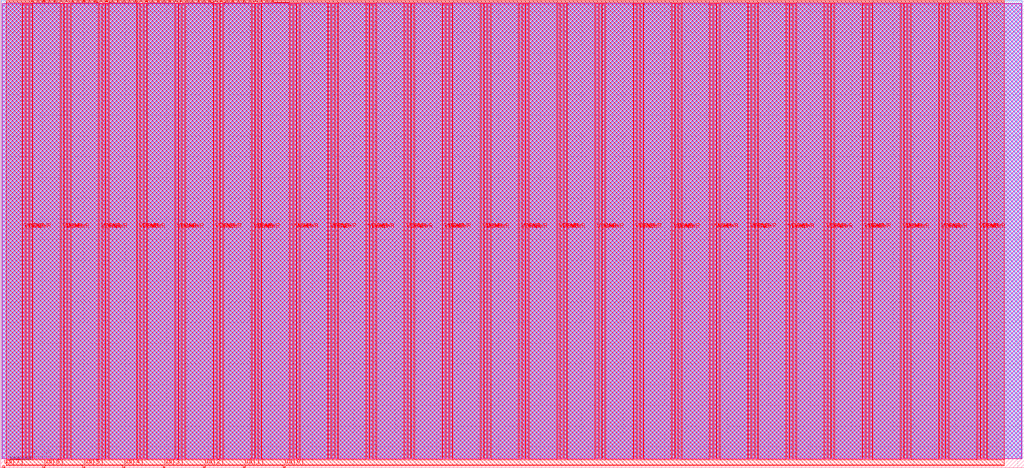
<source format=lef>
VERSION 5.7 ;
  NOWIREEXTENSIONATPIN ON ;
  DIVIDERCHAR "/" ;
  BUSBITCHARS "[]" ;
MACRO tt_um_tnt_mosbius
  CLASS BLOCK ;
  FOREIGN tt_um_tnt_mosbius ;
  ORIGIN 0.000 0.000 ;
  SIZE 493.120 BY 225.760 ;
  PIN clk
    DIRECTION INPUT ;
    USE SIGNAL ;
    ANTENNAGATEAREA 0.852000 ;
    PORT
      LAYER met4 ;
        RECT 128.190 224.760 128.490 225.760 ;
    END
  END clk
  PIN ena
    DIRECTION INPUT ;
    USE SIGNAL ;
    PORT
      LAYER met4 ;
        RECT 130.950 224.760 131.250 225.760 ;
    END
  END ena
  PIN rst_n
    DIRECTION INPUT ;
    USE SIGNAL ;
    ANTENNAGATEAREA 0.852000 ;
    PORT
      LAYER met4 ;
        RECT 125.430 224.760 125.730 225.760 ;
    END
  END rst_n
  PIN ua[0]
    DIRECTION INOUT ;
    USE SIGNAL ;
    ANTENNAGATEAREA 260.000000 ;
    ANTENNADIFFAREA 2.900000 ;
    PORT
      LAYER met4 ;
        RECT 136.170 0.000 137.070 1.000 ;
    END
  END ua[0]
  PIN ua[1]
    DIRECTION INOUT ;
    USE SIGNAL ;
    ANTENNADIFFAREA 522.000000 ;
    PORT
      LAYER met4 ;
        RECT 116.850 0.000 117.750 1.000 ;
    END
  END ua[1]
  PIN ua[2]
    DIRECTION INOUT ;
    USE SIGNAL ;
    ANTENNADIFFAREA 522.000000 ;
    PORT
      LAYER met4 ;
        RECT 97.530 0.000 98.430 1.000 ;
    END
  END ua[2]
  PIN ua[3]
    DIRECTION INOUT ;
    USE SIGNAL ;
    ANTENNADIFFAREA 417.599976 ;
    PORT
      LAYER met4 ;
        RECT 78.210 0.000 79.110 1.000 ;
    END
  END ua[3]
  PIN ua[4]
    DIRECTION INOUT ;
    USE SIGNAL ;
    ANTENNADIFFAREA 526.349976 ;
    PORT
      LAYER met4 ;
        RECT 58.890 0.000 59.790 1.000 ;
    END
  END ua[4]
  PIN ua[5]
    DIRECTION INOUT ;
    USE SIGNAL ;
    ANTENNADIFFAREA 421.949982 ;
    PORT
      LAYER met4 ;
        RECT 39.570 0.000 40.470 1.000 ;
    END
  END ua[5]
  PIN ua[6]
    DIRECTION INOUT ;
    USE SIGNAL ;
    PORT
      LAYER met4 ;
        RECT 20.250 0.000 21.150 1.000 ;
    END
  END ua[6]
  PIN ua[7]
    DIRECTION INOUT ;
    USE SIGNAL ;
    PORT
      LAYER met4 ;
        RECT 0.930 0.000 1.830 1.000 ;
    END
  END ua[7]
  PIN ui_in[0]
    DIRECTION INPUT ;
    USE SIGNAL ;
    ANTENNAGATEAREA 0.213000 ;
    PORT
      LAYER met4 ;
        RECT 122.670 224.760 122.970 225.760 ;
    END
  END ui_in[0]
  PIN ui_in[1]
    DIRECTION INPUT ;
    USE SIGNAL ;
    ANTENNAGATEAREA 0.852000 ;
    PORT
      LAYER met4 ;
        RECT 119.910 224.760 120.210 225.760 ;
    END
  END ui_in[1]
  PIN ui_in[2]
    DIRECTION INPUT ;
    USE SIGNAL ;
    PORT
      LAYER met4 ;
        RECT 117.150 224.760 117.450 225.760 ;
    END
  END ui_in[2]
  PIN ui_in[3]
    DIRECTION INPUT ;
    USE SIGNAL ;
    PORT
      LAYER met4 ;
        RECT 114.390 224.760 114.690 225.760 ;
    END
  END ui_in[3]
  PIN ui_in[4]
    DIRECTION INPUT ;
    USE SIGNAL ;
    PORT
      LAYER met4 ;
        RECT 111.630 224.760 111.930 225.760 ;
    END
  END ui_in[4]
  PIN ui_in[5]
    DIRECTION INPUT ;
    USE SIGNAL ;
    PORT
      LAYER met4 ;
        RECT 108.870 224.760 109.170 225.760 ;
    END
  END ui_in[5]
  PIN ui_in[6]
    DIRECTION INPUT ;
    USE SIGNAL ;
    PORT
      LAYER met4 ;
        RECT 106.110 224.760 106.410 225.760 ;
    END
  END ui_in[6]
  PIN ui_in[7]
    DIRECTION INPUT ;
    USE SIGNAL ;
    PORT
      LAYER met4 ;
        RECT 103.350 224.760 103.650 225.760 ;
    END
  END ui_in[7]
  PIN uio_in[0]
    DIRECTION INPUT ;
    USE SIGNAL ;
    PORT
      LAYER met4 ;
        RECT 100.590 224.760 100.890 225.760 ;
    END
  END uio_in[0]
  PIN uio_in[1]
    DIRECTION INPUT ;
    USE SIGNAL ;
    PORT
      LAYER met4 ;
        RECT 97.830 224.760 98.130 225.760 ;
    END
  END uio_in[1]
  PIN uio_in[2]
    DIRECTION INPUT ;
    USE SIGNAL ;
    PORT
      LAYER met4 ;
        RECT 95.070 224.760 95.370 225.760 ;
    END
  END uio_in[2]
  PIN uio_in[3]
    DIRECTION INPUT ;
    USE SIGNAL ;
    PORT
      LAYER met4 ;
        RECT 92.310 224.760 92.610 225.760 ;
    END
  END uio_in[3]
  PIN uio_in[4]
    DIRECTION INPUT ;
    USE SIGNAL ;
    PORT
      LAYER met4 ;
        RECT 89.550 224.760 89.850 225.760 ;
    END
  END uio_in[4]
  PIN uio_in[5]
    DIRECTION INPUT ;
    USE SIGNAL ;
    PORT
      LAYER met4 ;
        RECT 86.790 224.760 87.090 225.760 ;
    END
  END uio_in[5]
  PIN uio_in[6]
    DIRECTION INPUT ;
    USE SIGNAL ;
    PORT
      LAYER met4 ;
        RECT 84.030 224.760 84.330 225.760 ;
    END
  END uio_in[6]
  PIN uio_in[7]
    DIRECTION INPUT ;
    USE SIGNAL ;
    PORT
      LAYER met4 ;
        RECT 81.270 224.760 81.570 225.760 ;
    END
  END uio_in[7]
  PIN uio_oe[0]
    DIRECTION OUTPUT ;
    USE SIGNAL ;
    PORT
      LAYER met4 ;
        RECT 34.350 224.760 34.650 225.760 ;
    END
  END uio_oe[0]
  PIN uio_oe[1]
    DIRECTION OUTPUT ;
    USE SIGNAL ;
    PORT
      LAYER met4 ;
        RECT 31.590 224.760 31.890 225.760 ;
    END
  END uio_oe[1]
  PIN uio_oe[2]
    DIRECTION OUTPUT ;
    USE SIGNAL ;
    PORT
      LAYER met4 ;
        RECT 28.830 224.760 29.130 225.760 ;
    END
  END uio_oe[2]
  PIN uio_oe[3]
    DIRECTION OUTPUT ;
    USE SIGNAL ;
    PORT
      LAYER met4 ;
        RECT 26.070 224.760 26.370 225.760 ;
    END
  END uio_oe[3]
  PIN uio_oe[4]
    DIRECTION OUTPUT ;
    USE SIGNAL ;
    PORT
      LAYER met4 ;
        RECT 23.310 224.760 23.610 225.760 ;
    END
  END uio_oe[4]
  PIN uio_oe[5]
    DIRECTION OUTPUT ;
    USE SIGNAL ;
    PORT
      LAYER met4 ;
        RECT 20.550 224.760 20.850 225.760 ;
    END
  END uio_oe[5]
  PIN uio_oe[6]
    DIRECTION OUTPUT ;
    USE SIGNAL ;
    PORT
      LAYER met4 ;
        RECT 17.790 224.760 18.090 225.760 ;
    END
  END uio_oe[6]
  PIN uio_oe[7]
    DIRECTION OUTPUT ;
    USE SIGNAL ;
    PORT
      LAYER met4 ;
        RECT 15.030 224.760 15.330 225.760 ;
    END
  END uio_oe[7]
  PIN uio_out[0]
    DIRECTION OUTPUT ;
    USE SIGNAL ;
    PORT
      LAYER met4 ;
        RECT 56.430 224.760 56.730 225.760 ;
    END
  END uio_out[0]
  PIN uio_out[1]
    DIRECTION OUTPUT ;
    USE SIGNAL ;
    PORT
      LAYER met4 ;
        RECT 53.670 224.760 53.970 225.760 ;
    END
  END uio_out[1]
  PIN uio_out[2]
    DIRECTION OUTPUT ;
    USE SIGNAL ;
    PORT
      LAYER met4 ;
        RECT 50.910 224.760 51.210 225.760 ;
    END
  END uio_out[2]
  PIN uio_out[3]
    DIRECTION OUTPUT ;
    USE SIGNAL ;
    PORT
      LAYER met4 ;
        RECT 48.150 224.760 48.450 225.760 ;
    END
  END uio_out[3]
  PIN uio_out[4]
    DIRECTION OUTPUT ;
    USE SIGNAL ;
    PORT
      LAYER met4 ;
        RECT 45.390 224.760 45.690 225.760 ;
    END
  END uio_out[4]
  PIN uio_out[5]
    DIRECTION OUTPUT ;
    USE SIGNAL ;
    PORT
      LAYER met4 ;
        RECT 42.630 224.760 42.930 225.760 ;
    END
  END uio_out[5]
  PIN uio_out[6]
    DIRECTION OUTPUT ;
    USE SIGNAL ;
    PORT
      LAYER met4 ;
        RECT 39.870 224.760 40.170 225.760 ;
    END
  END uio_out[6]
  PIN uio_out[7]
    DIRECTION OUTPUT ;
    USE SIGNAL ;
    PORT
      LAYER met4 ;
        RECT 37.110 224.760 37.410 225.760 ;
    END
  END uio_out[7]
  PIN uo_out[0]
    DIRECTION OUTPUT ;
    USE SIGNAL ;
    ANTENNADIFFAREA 3.180800 ;
    PORT
      LAYER met4 ;
        RECT 78.510 224.760 78.810 225.760 ;
    END
  END uo_out[0]
  PIN uo_out[1]
    DIRECTION OUTPUT ;
    USE SIGNAL ;
    PORT
      LAYER met4 ;
        RECT 75.750 224.760 76.050 225.760 ;
    END
  END uo_out[1]
  PIN uo_out[2]
    DIRECTION OUTPUT ;
    USE SIGNAL ;
    PORT
      LAYER met4 ;
        RECT 72.990 224.760 73.290 225.760 ;
    END
  END uo_out[2]
  PIN uo_out[3]
    DIRECTION OUTPUT ;
    USE SIGNAL ;
    PORT
      LAYER met4 ;
        RECT 70.230 224.760 70.530 225.760 ;
    END
  END uo_out[3]
  PIN uo_out[4]
    DIRECTION OUTPUT ;
    USE SIGNAL ;
    PORT
      LAYER met4 ;
        RECT 67.470 224.760 67.770 225.760 ;
    END
  END uo_out[4]
  PIN uo_out[5]
    DIRECTION OUTPUT ;
    USE SIGNAL ;
    PORT
      LAYER met4 ;
        RECT 64.710 224.760 65.010 225.760 ;
    END
  END uo_out[5]
  PIN uo_out[6]
    DIRECTION OUTPUT ;
    USE SIGNAL ;
    PORT
      LAYER met4 ;
        RECT 61.950 224.760 62.250 225.760 ;
    END
  END uo_out[6]
  PIN uo_out[7]
    DIRECTION OUTPUT ;
    USE SIGNAL ;
    PORT
      LAYER met4 ;
        RECT 59.190 224.760 59.490 225.760 ;
    END
  END uo_out[7]
  PIN VGND
    DIRECTION INPUT ;
    USE GROUND ;
    PORT
      LAYER met4 ;
        RECT 12.290 4.270 13.490 224.050 ;
    END
    PORT
      LAYER met4 ;
        RECT 30.690 4.270 31.890 224.050 ;
    END
    PORT
      LAYER met4 ;
        RECT 49.090 4.270 50.290 224.050 ;
    END
    PORT
      LAYER met4 ;
        RECT 67.490 4.270 68.690 224.050 ;
    END
    PORT
      LAYER met4 ;
        RECT 85.890 4.270 87.090 224.050 ;
    END
    PORT
      LAYER met4 ;
        RECT 104.290 4.270 105.490 224.050 ;
    END
    PORT
      LAYER met4 ;
        RECT 122.690 4.270 123.890 224.050 ;
    END
    PORT
      LAYER met4 ;
        RECT 141.090 4.270 142.290 224.050 ;
    END
    PORT
      LAYER met4 ;
        RECT 159.490 4.270 160.690 224.050 ;
    END
    PORT
      LAYER met4 ;
        RECT 177.890 4.270 179.090 224.050 ;
    END
    PORT
      LAYER met4 ;
        RECT 196.290 4.270 197.490 224.050 ;
    END
    PORT
      LAYER met4 ;
        RECT 214.690 4.270 215.890 224.050 ;
    END
    PORT
      LAYER met4 ;
        RECT 233.090 4.270 234.290 224.050 ;
    END
    PORT
      LAYER met4 ;
        RECT 251.490 4.270 252.690 224.050 ;
    END
    PORT
      LAYER met4 ;
        RECT 269.890 4.270 271.090 224.050 ;
    END
    PORT
      LAYER met4 ;
        RECT 288.290 4.270 289.490 224.050 ;
    END
    PORT
      LAYER met4 ;
        RECT 306.690 4.270 307.890 224.050 ;
    END
    PORT
      LAYER met4 ;
        RECT 325.090 4.270 326.290 224.050 ;
    END
    PORT
      LAYER met4 ;
        RECT 343.490 4.270 344.690 224.050 ;
    END
    PORT
      LAYER met4 ;
        RECT 361.890 4.270 363.090 224.050 ;
    END
    PORT
      LAYER met4 ;
        RECT 380.290 4.270 381.490 224.050 ;
    END
    PORT
      LAYER met4 ;
        RECT 398.690 4.270 399.890 224.050 ;
    END
    PORT
      LAYER met4 ;
        RECT 417.090 4.270 418.290 224.050 ;
    END
    PORT
      LAYER met4 ;
        RECT 435.490 4.270 436.690 224.050 ;
    END
    PORT
      LAYER met4 ;
        RECT 453.890 4.270 455.090 224.050 ;
    END
    PORT
      LAYER met4 ;
        RECT 472.290 4.270 473.490 224.050 ;
    END
  END VGND
  PIN VDPWR
    DIRECTION INPUT ;
    USE POWER ;
    PORT
      LAYER met4 ;
        RECT 10.690 4.270 11.890 224.050 ;
    END
    PORT
      LAYER met4 ;
        RECT 29.090 4.270 30.290 224.050 ;
    END
    PORT
      LAYER met4 ;
        RECT 47.490 4.270 48.690 224.050 ;
    END
    PORT
      LAYER met4 ;
        RECT 65.890 4.270 67.090 224.050 ;
    END
    PORT
      LAYER met4 ;
        RECT 84.290 4.270 85.490 224.050 ;
    END
    PORT
      LAYER met4 ;
        RECT 102.690 4.270 103.890 224.050 ;
    END
    PORT
      LAYER met4 ;
        RECT 121.090 4.270 122.290 224.050 ;
    END
    PORT
      LAYER met4 ;
        RECT 139.490 4.270 140.690 224.050 ;
    END
    PORT
      LAYER met4 ;
        RECT 157.890 4.270 159.090 224.050 ;
    END
    PORT
      LAYER met4 ;
        RECT 176.290 4.270 177.490 224.050 ;
    END
    PORT
      LAYER met4 ;
        RECT 194.690 4.270 195.890 224.050 ;
    END
    PORT
      LAYER met4 ;
        RECT 213.090 4.270 214.290 224.050 ;
    END
    PORT
      LAYER met4 ;
        RECT 231.490 4.270 232.690 224.050 ;
    END
    PORT
      LAYER met4 ;
        RECT 249.890 4.270 251.090 224.050 ;
    END
    PORT
      LAYER met4 ;
        RECT 268.290 4.270 269.490 224.050 ;
    END
    PORT
      LAYER met4 ;
        RECT 286.690 4.270 287.890 224.050 ;
    END
    PORT
      LAYER met4 ;
        RECT 305.090 4.270 306.290 224.050 ;
    END
    PORT
      LAYER met4 ;
        RECT 323.490 4.270 324.690 224.050 ;
    END
    PORT
      LAYER met4 ;
        RECT 341.890 4.270 343.090 224.050 ;
    END
    PORT
      LAYER met4 ;
        RECT 360.290 4.270 361.490 224.050 ;
    END
    PORT
      LAYER met4 ;
        RECT 378.690 4.270 379.890 224.050 ;
    END
    PORT
      LAYER met4 ;
        RECT 397.090 4.270 398.290 224.050 ;
    END
    PORT
      LAYER met4 ;
        RECT 415.490 4.270 416.690 224.050 ;
    END
    PORT
      LAYER met4 ;
        RECT 433.890 4.270 435.090 224.050 ;
    END
    PORT
      LAYER met4 ;
        RECT 452.290 4.270 453.490 224.050 ;
    END
    PORT
      LAYER met4 ;
        RECT 470.690 4.270 471.890 224.050 ;
    END
  END VDPWR
  PIN VAPWR
    DIRECTION INPUT ;
    USE POWER ;
    PORT
      LAYER met4 ;
        RECT 13.890 4.270 15.090 224.050 ;
    END
    PORT
      LAYER met4 ;
        RECT 32.290 4.270 33.490 224.050 ;
    END
    PORT
      LAYER met4 ;
        RECT 50.690 4.270 51.890 224.050 ;
    END
    PORT
      LAYER met4 ;
        RECT 69.090 4.270 70.290 224.050 ;
    END
    PORT
      LAYER met4 ;
        RECT 87.490 4.270 88.690 224.050 ;
    END
    PORT
      LAYER met4 ;
        RECT 105.890 4.270 107.090 224.050 ;
    END
    PORT
      LAYER met4 ;
        RECT 124.290 4.270 125.490 224.050 ;
    END
    PORT
      LAYER met4 ;
        RECT 142.690 4.270 143.890 224.050 ;
    END
    PORT
      LAYER met4 ;
        RECT 161.090 4.270 162.290 224.050 ;
    END
    PORT
      LAYER met4 ;
        RECT 179.490 4.270 180.690 224.050 ;
    END
    PORT
      LAYER met4 ;
        RECT 197.890 4.270 199.090 224.050 ;
    END
    PORT
      LAYER met4 ;
        RECT 216.290 4.270 217.490 224.050 ;
    END
    PORT
      LAYER met4 ;
        RECT 234.690 4.270 235.890 224.050 ;
    END
    PORT
      LAYER met4 ;
        RECT 253.090 4.270 254.290 224.050 ;
    END
    PORT
      LAYER met4 ;
        RECT 271.490 4.270 272.690 224.050 ;
    END
    PORT
      LAYER met4 ;
        RECT 289.890 4.270 291.090 224.050 ;
    END
    PORT
      LAYER met4 ;
        RECT 308.290 4.270 309.490 224.050 ;
    END
    PORT
      LAYER met4 ;
        RECT 326.690 4.270 327.890 224.050 ;
    END
    PORT
      LAYER met4 ;
        RECT 345.090 4.270 346.290 224.050 ;
    END
    PORT
      LAYER met4 ;
        RECT 363.490 4.270 364.690 224.050 ;
    END
    PORT
      LAYER met4 ;
        RECT 381.890 4.270 383.090 224.050 ;
    END
    PORT
      LAYER met4 ;
        RECT 400.290 4.270 401.490 224.050 ;
    END
    PORT
      LAYER met4 ;
        RECT 418.690 4.270 419.890 224.050 ;
    END
    PORT
      LAYER met4 ;
        RECT 437.090 4.270 438.290 224.050 ;
    END
    PORT
      LAYER met4 ;
        RECT 455.490 4.270 456.690 224.050 ;
    END
    PORT
      LAYER met4 ;
        RECT 473.890 4.270 475.090 224.050 ;
    END
  END VAPWR
  OBS
      LAYER nwell ;
        RECT 0.740 4.425 491.940 223.895 ;
      LAYER li1 ;
        RECT 0.930 4.425 491.750 223.895 ;
      LAYER met1 ;
        RECT 0.930 4.270 491.750 224.050 ;
      LAYER met2 ;
        RECT 1.020 4.270 492.285 224.050 ;
      LAYER met3 ;
        RECT 0.300 4.270 492.265 225.360 ;
      LAYER met4 ;
        RECT 2.690 224.450 14.630 225.365 ;
        RECT 2.690 3.870 10.290 224.450 ;
        RECT 15.730 224.360 17.390 225.365 ;
        RECT 18.490 224.360 20.150 225.365 ;
        RECT 21.250 224.360 22.910 225.365 ;
        RECT 24.010 224.360 25.670 225.365 ;
        RECT 26.770 224.360 28.430 225.365 ;
        RECT 29.530 224.450 31.190 225.365 ;
        RECT 32.290 224.450 33.950 225.365 ;
        RECT 33.890 224.360 33.950 224.450 ;
        RECT 35.050 224.360 36.710 225.365 ;
        RECT 37.810 224.360 39.470 225.365 ;
        RECT 40.570 224.360 42.230 225.365 ;
        RECT 43.330 224.360 44.990 225.365 ;
        RECT 46.090 224.450 47.750 225.365 ;
        RECT 48.850 224.450 50.510 225.365 ;
        RECT 51.610 224.450 53.270 225.365 ;
        RECT 46.090 224.360 47.090 224.450 ;
        RECT 15.490 3.870 28.690 224.360 ;
        RECT 33.890 3.870 47.090 224.360 ;
        RECT 52.290 224.360 53.270 224.450 ;
        RECT 54.370 224.360 56.030 225.365 ;
        RECT 57.130 224.360 58.790 225.365 ;
        RECT 59.890 224.360 61.550 225.365 ;
        RECT 62.650 224.360 64.310 225.365 ;
        RECT 65.410 224.450 67.070 225.365 ;
        RECT 68.170 224.450 69.830 225.365 ;
        RECT 65.410 224.360 65.490 224.450 ;
        RECT 70.930 224.360 72.590 225.365 ;
        RECT 73.690 224.360 75.350 225.365 ;
        RECT 76.450 224.360 78.110 225.365 ;
        RECT 79.210 224.360 80.870 225.365 ;
        RECT 81.970 224.360 83.630 225.365 ;
        RECT 84.730 224.450 86.390 225.365 ;
        RECT 87.490 224.450 89.150 225.365 ;
        RECT 89.090 224.360 89.150 224.450 ;
        RECT 90.250 224.360 91.910 225.365 ;
        RECT 93.010 224.360 94.670 225.365 ;
        RECT 95.770 224.360 97.430 225.365 ;
        RECT 98.530 224.360 100.190 225.365 ;
        RECT 101.290 224.450 102.950 225.365 ;
        RECT 104.050 224.450 105.710 225.365 ;
        RECT 106.810 224.450 108.470 225.365 ;
        RECT 101.290 224.360 102.290 224.450 ;
        RECT 52.290 3.870 65.490 224.360 ;
        RECT 70.690 3.870 83.890 224.360 ;
        RECT 89.090 3.870 102.290 224.360 ;
        RECT 107.490 224.360 108.470 224.450 ;
        RECT 109.570 224.360 111.230 225.365 ;
        RECT 112.330 224.360 113.990 225.365 ;
        RECT 115.090 224.360 116.750 225.365 ;
        RECT 117.850 224.360 119.510 225.365 ;
        RECT 120.610 224.450 122.270 225.365 ;
        RECT 123.370 224.450 125.030 225.365 ;
        RECT 120.610 224.360 120.690 224.450 ;
        RECT 126.130 224.360 127.790 225.365 ;
        RECT 128.890 224.360 130.550 225.365 ;
        RECT 131.650 224.450 483.540 225.365 ;
        RECT 131.650 224.360 139.090 224.450 ;
        RECT 107.490 3.870 120.690 224.360 ;
        RECT 125.890 3.870 139.090 224.360 ;
        RECT 144.290 3.870 157.490 224.450 ;
        RECT 162.690 3.870 175.890 224.450 ;
        RECT 181.090 3.870 194.290 224.450 ;
        RECT 199.490 3.870 212.690 224.450 ;
        RECT 217.890 3.870 231.090 224.450 ;
        RECT 236.290 3.870 249.490 224.450 ;
        RECT 254.690 3.870 267.890 224.450 ;
        RECT 273.090 3.870 286.290 224.450 ;
        RECT 291.490 3.870 304.690 224.450 ;
        RECT 309.890 3.870 323.090 224.450 ;
        RECT 328.290 3.870 341.490 224.450 ;
        RECT 346.690 3.870 359.890 224.450 ;
        RECT 365.090 3.870 378.290 224.450 ;
        RECT 383.490 3.870 396.690 224.450 ;
        RECT 401.890 3.870 415.090 224.450 ;
        RECT 420.290 3.870 433.490 224.450 ;
        RECT 438.690 3.870 451.890 224.450 ;
        RECT 457.090 3.870 470.290 224.450 ;
        RECT 475.490 3.870 483.540 224.450 ;
        RECT 2.690 1.400 483.540 3.870 ;
        RECT 2.690 1.000 19.850 1.400 ;
        RECT 21.550 1.000 39.170 1.400 ;
        RECT 40.870 1.000 58.490 1.400 ;
        RECT 60.190 1.000 77.810 1.400 ;
        RECT 79.510 1.000 97.130 1.400 ;
        RECT 98.830 1.000 116.450 1.400 ;
        RECT 118.150 1.000 135.770 1.400 ;
        RECT 137.470 1.000 483.540 1.400 ;
  END
END tt_um_tnt_mosbius
END LIBRARY


</source>
